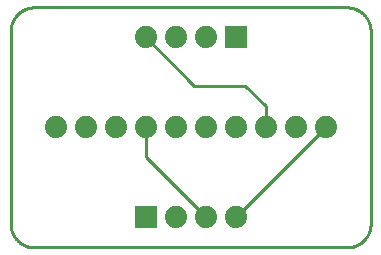
<source format=gtl>
G04 EAGLE Gerber X2 export*
G75*
%MOMM*%
%FSLAX34Y34*%
%LPD*%
%AMOC8*
5,1,8,0,0,1.08239X$1,22.5*%
G01*
%ADD10C,0.254000*%
%ADD11R,1.879600X1.879600*%
%ADD12C,1.879600*%


D10*
X20000Y203200D02*
X19517Y203194D01*
X19034Y203177D01*
X18551Y203147D01*
X18070Y203107D01*
X17589Y203054D01*
X17110Y202990D01*
X16633Y202915D01*
X16157Y202827D01*
X15684Y202729D01*
X15214Y202619D01*
X14746Y202498D01*
X14281Y202365D01*
X13820Y202221D01*
X13362Y202066D01*
X12908Y201900D01*
X12458Y201723D01*
X12013Y201536D01*
X11572Y201337D01*
X11136Y201129D01*
X10706Y200909D01*
X10280Y200679D01*
X9861Y200439D01*
X9447Y200189D01*
X9040Y199929D01*
X8639Y199660D01*
X8244Y199380D01*
X7857Y199092D01*
X7476Y198793D01*
X7103Y198486D01*
X6738Y198170D01*
X6380Y197845D01*
X6030Y197512D01*
X5688Y197170D01*
X5355Y196820D01*
X5030Y196462D01*
X4714Y196097D01*
X4407Y195724D01*
X4108Y195343D01*
X3820Y194956D01*
X3540Y194561D01*
X3271Y194160D01*
X3011Y193753D01*
X2761Y193339D01*
X2521Y192920D01*
X2291Y192494D01*
X2071Y192064D01*
X1863Y191628D01*
X1664Y191187D01*
X1477Y190742D01*
X1300Y190292D01*
X1134Y189838D01*
X979Y189380D01*
X835Y188919D01*
X702Y188454D01*
X581Y187986D01*
X471Y187516D01*
X373Y187043D01*
X285Y186567D01*
X210Y186090D01*
X146Y185611D01*
X93Y185130D01*
X53Y184649D01*
X23Y184166D01*
X6Y183683D01*
X0Y183200D01*
X0Y20000D01*
X6Y19517D01*
X23Y19034D01*
X53Y18551D01*
X93Y18070D01*
X146Y17589D01*
X210Y17110D01*
X285Y16633D01*
X373Y16157D01*
X471Y15684D01*
X581Y15214D01*
X702Y14746D01*
X835Y14281D01*
X979Y13820D01*
X1134Y13362D01*
X1300Y12908D01*
X1477Y12458D01*
X1664Y12013D01*
X1863Y11572D01*
X2071Y11136D01*
X2291Y10706D01*
X2521Y10280D01*
X2761Y9861D01*
X3011Y9447D01*
X3271Y9040D01*
X3540Y8639D01*
X3820Y8244D01*
X4108Y7857D01*
X4407Y7476D01*
X4714Y7103D01*
X5030Y6738D01*
X5355Y6380D01*
X5688Y6030D01*
X6030Y5688D01*
X6380Y5355D01*
X6738Y5030D01*
X7103Y4714D01*
X7476Y4407D01*
X7857Y4108D01*
X8244Y3820D01*
X8639Y3540D01*
X9040Y3271D01*
X9447Y3011D01*
X9861Y2761D01*
X10280Y2521D01*
X10706Y2291D01*
X11136Y2071D01*
X11572Y1863D01*
X12013Y1664D01*
X12458Y1477D01*
X12908Y1300D01*
X13362Y1134D01*
X13820Y979D01*
X14281Y835D01*
X14746Y702D01*
X15214Y581D01*
X15684Y471D01*
X16157Y373D01*
X16633Y285D01*
X17110Y210D01*
X17589Y146D01*
X18070Y93D01*
X18551Y53D01*
X19034Y23D01*
X19517Y6D01*
X20000Y0D01*
X284800Y0D01*
X285283Y6D01*
X285766Y23D01*
X286249Y53D01*
X286730Y93D01*
X287211Y146D01*
X287690Y210D01*
X288167Y285D01*
X288643Y373D01*
X289116Y471D01*
X289586Y581D01*
X290054Y702D01*
X290519Y835D01*
X290980Y979D01*
X291438Y1134D01*
X291892Y1300D01*
X292342Y1477D01*
X292787Y1664D01*
X293228Y1863D01*
X293664Y2071D01*
X294094Y2291D01*
X294520Y2521D01*
X294939Y2761D01*
X295353Y3011D01*
X295760Y3271D01*
X296161Y3540D01*
X296556Y3820D01*
X296943Y4108D01*
X297324Y4407D01*
X297697Y4714D01*
X298062Y5030D01*
X298420Y5355D01*
X298770Y5688D01*
X299112Y6030D01*
X299445Y6380D01*
X299770Y6738D01*
X300086Y7103D01*
X300393Y7476D01*
X300692Y7857D01*
X300980Y8244D01*
X301260Y8639D01*
X301529Y9040D01*
X301789Y9447D01*
X302039Y9861D01*
X302279Y10280D01*
X302509Y10706D01*
X302729Y11136D01*
X302937Y11572D01*
X303136Y12013D01*
X303323Y12458D01*
X303500Y12908D01*
X303666Y13362D01*
X303821Y13820D01*
X303965Y14281D01*
X304098Y14746D01*
X304219Y15214D01*
X304329Y15684D01*
X304427Y16157D01*
X304515Y16633D01*
X304590Y17110D01*
X304654Y17589D01*
X304707Y18070D01*
X304747Y18551D01*
X304777Y19034D01*
X304794Y19517D01*
X304800Y20000D01*
X304800Y183200D01*
X304794Y183683D01*
X304777Y184166D01*
X304747Y184649D01*
X304707Y185130D01*
X304654Y185611D01*
X304590Y186090D01*
X304515Y186567D01*
X304427Y187043D01*
X304329Y187516D01*
X304219Y187986D01*
X304098Y188454D01*
X303965Y188919D01*
X303821Y189380D01*
X303666Y189838D01*
X303500Y190292D01*
X303323Y190742D01*
X303136Y191187D01*
X302937Y191628D01*
X302729Y192064D01*
X302509Y192494D01*
X302279Y192920D01*
X302039Y193339D01*
X301789Y193753D01*
X301529Y194160D01*
X301260Y194561D01*
X300980Y194956D01*
X300692Y195343D01*
X300393Y195724D01*
X300086Y196097D01*
X299770Y196462D01*
X299445Y196820D01*
X299112Y197170D01*
X298770Y197512D01*
X298420Y197845D01*
X298062Y198170D01*
X297697Y198486D01*
X297324Y198793D01*
X296943Y199092D01*
X296556Y199380D01*
X296161Y199660D01*
X295760Y199929D01*
X295353Y200189D01*
X294939Y200439D01*
X294520Y200679D01*
X294094Y200909D01*
X293664Y201129D01*
X293228Y201337D01*
X292787Y201536D01*
X292342Y201723D01*
X291892Y201900D01*
X291438Y202066D01*
X290980Y202221D01*
X290519Y202365D01*
X290054Y202498D01*
X289586Y202619D01*
X289116Y202729D01*
X288643Y202827D01*
X288167Y202915D01*
X287690Y202990D01*
X287211Y203054D01*
X286730Y203107D01*
X286249Y203147D01*
X285766Y203177D01*
X285283Y203194D01*
X284800Y203200D01*
X20000Y203200D01*
D11*
X114300Y25400D03*
D12*
X139700Y25400D03*
X165100Y25400D03*
X190500Y25400D03*
D11*
X190500Y177800D03*
D12*
X165100Y177800D03*
X139700Y177800D03*
X114300Y177800D03*
X38100Y101600D03*
X63500Y101600D03*
X88900Y101600D03*
X114300Y101600D03*
X139700Y101600D03*
X165100Y101600D03*
X190500Y101600D03*
X215900Y101600D03*
X241300Y101600D03*
X266700Y101600D03*
D10*
X155702Y136398D02*
X114300Y177800D01*
X155702Y136398D02*
X198882Y136398D01*
X215900Y119380D01*
X215900Y101600D01*
X165100Y25400D02*
X114300Y76200D01*
X114300Y101600D01*
X190500Y25400D02*
X266700Y101600D01*
M02*

</source>
